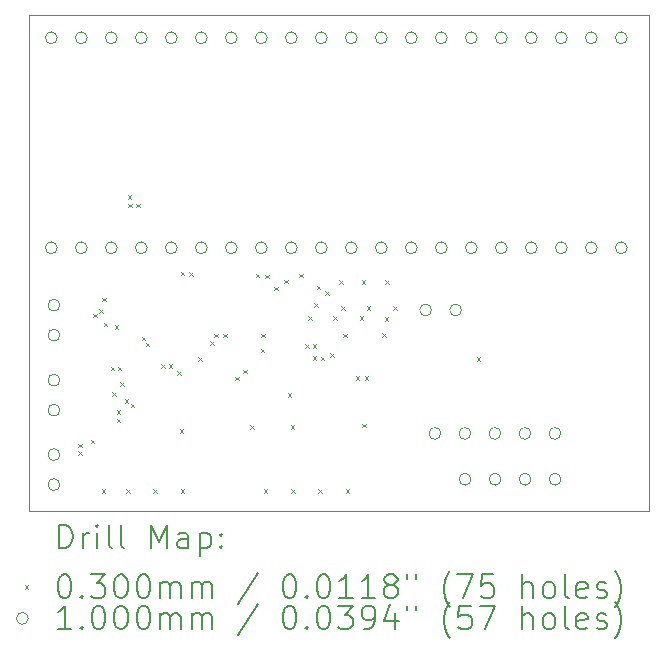
<source format=gbr>
%TF.GenerationSoftware,KiCad,Pcbnew,9.0.0*%
%TF.CreationDate,2025-02-23T11:10:30-05:00*%
%TF.ProjectId,pico2-test-mule,7069636f-322d-4746-9573-742d6d756c65,v0.2.1*%
%TF.SameCoordinates,Original*%
%TF.FileFunction,Drillmap*%
%TF.FilePolarity,Positive*%
%FSLAX45Y45*%
G04 Gerber Fmt 4.5, Leading zero omitted, Abs format (unit mm)*
G04 Created by KiCad (PCBNEW 9.0.0) date 2025-02-23 11:10:30*
%MOMM*%
%LPD*%
G01*
G04 APERTURE LIST*
%ADD10C,0.050000*%
%ADD11C,0.200000*%
%ADD12C,0.100000*%
G04 APERTURE END LIST*
D10*
X0Y0D02*
X5250000Y0D01*
X5250000Y-4200000D01*
X0Y-4200000D01*
X0Y0D01*
D11*
D12*
X420000Y-3627500D02*
X450000Y-3657500D01*
X450000Y-3627500D02*
X420000Y-3657500D01*
X420000Y-3690000D02*
X450000Y-3720000D01*
X450000Y-3690000D02*
X420000Y-3720000D01*
X525000Y-3595000D02*
X555000Y-3625000D01*
X555000Y-3595000D02*
X525000Y-3625000D01*
X550000Y-2527500D02*
X580000Y-2557500D01*
X580000Y-2527500D02*
X550000Y-2557500D01*
X600000Y-2490000D02*
X630000Y-2520000D01*
X630000Y-2490000D02*
X600000Y-2520000D01*
X620000Y-4015000D02*
X650000Y-4045000D01*
X650000Y-4015000D02*
X620000Y-4045000D01*
X625000Y-2390000D02*
X655000Y-2420000D01*
X655000Y-2390000D02*
X625000Y-2420000D01*
X635000Y-2605000D02*
X665000Y-2635000D01*
X665000Y-2605000D02*
X635000Y-2635000D01*
X695750Y-2974250D02*
X725750Y-3004250D01*
X725750Y-2974250D02*
X695750Y-3004250D01*
X710656Y-3192178D02*
X740656Y-3222178D01*
X740656Y-3192178D02*
X710656Y-3222178D01*
X730000Y-2625000D02*
X760000Y-2655000D01*
X760000Y-2625000D02*
X730000Y-2655000D01*
X745000Y-3345000D02*
X775000Y-3375000D01*
X775000Y-3345000D02*
X745000Y-3375000D01*
X745000Y-3415000D02*
X775000Y-3445000D01*
X775000Y-3415000D02*
X745000Y-3445000D01*
X755000Y-2975000D02*
X785000Y-3005000D01*
X785000Y-2975000D02*
X755000Y-3005000D01*
X775000Y-3105000D02*
X805000Y-3135000D01*
X805000Y-3105000D02*
X775000Y-3135000D01*
X815000Y-3250000D02*
X845000Y-3280000D01*
X845000Y-3250000D02*
X815000Y-3280000D01*
X825000Y-4015000D02*
X855000Y-4045000D01*
X855000Y-4015000D02*
X825000Y-4045000D01*
X840000Y-1525000D02*
X870000Y-1555000D01*
X870000Y-1525000D02*
X840000Y-1555000D01*
X845000Y-1595000D02*
X875000Y-1625000D01*
X875000Y-1595000D02*
X845000Y-1625000D01*
X865000Y-3290000D02*
X895000Y-3320000D01*
X895000Y-3290000D02*
X865000Y-3320000D01*
X913000Y-1595000D02*
X943000Y-1625000D01*
X943000Y-1595000D02*
X913000Y-1625000D01*
X960000Y-2720000D02*
X990000Y-2750000D01*
X990000Y-2720000D02*
X960000Y-2750000D01*
X993500Y-2773500D02*
X1023500Y-2803500D01*
X1023500Y-2773500D02*
X993500Y-2803500D01*
X1055000Y-4015000D02*
X1085000Y-4045000D01*
X1085000Y-4015000D02*
X1055000Y-4045000D01*
X1125000Y-2955000D02*
X1155000Y-2985000D01*
X1155000Y-2955000D02*
X1125000Y-2985000D01*
X1187500Y-2955000D02*
X1217500Y-2985000D01*
X1217500Y-2955000D02*
X1187500Y-2985000D01*
X1260000Y-3015000D02*
X1290000Y-3045000D01*
X1290000Y-3015000D02*
X1260000Y-3045000D01*
X1280000Y-3505000D02*
X1310000Y-3535000D01*
X1310000Y-3505000D02*
X1280000Y-3535000D01*
X1290000Y-2170000D02*
X1320000Y-2200000D01*
X1320000Y-2170000D02*
X1290000Y-2200000D01*
X1290000Y-4015000D02*
X1320000Y-4045000D01*
X1320000Y-4015000D02*
X1290000Y-4045000D01*
X1360000Y-2175000D02*
X1390000Y-2205000D01*
X1390000Y-2175000D02*
X1360000Y-2205000D01*
X1435000Y-2895000D02*
X1465000Y-2925000D01*
X1465000Y-2895000D02*
X1435000Y-2925000D01*
X1540000Y-2760000D02*
X1570000Y-2790000D01*
X1570000Y-2760000D02*
X1540000Y-2790000D01*
X1570000Y-2695000D02*
X1600000Y-2725000D01*
X1600000Y-2695000D02*
X1570000Y-2725000D01*
X1650000Y-2695000D02*
X1680000Y-2725000D01*
X1680000Y-2695000D02*
X1650000Y-2725000D01*
X1750000Y-3060000D02*
X1780000Y-3090000D01*
X1780000Y-3060000D02*
X1750000Y-3090000D01*
X1820000Y-3000000D02*
X1850000Y-3030000D01*
X1850000Y-3000000D02*
X1820000Y-3030000D01*
X1875000Y-3470000D02*
X1905000Y-3500000D01*
X1905000Y-3470000D02*
X1875000Y-3500000D01*
X1925000Y-2190000D02*
X1955000Y-2220000D01*
X1955000Y-2190000D02*
X1925000Y-2220000D01*
X1965000Y-2825000D02*
X1995000Y-2855000D01*
X1995000Y-2825000D02*
X1965000Y-2855000D01*
X1970000Y-2695000D02*
X2000000Y-2725000D01*
X2000000Y-2695000D02*
X1970000Y-2725000D01*
X1990000Y-4015000D02*
X2020000Y-4045000D01*
X2020000Y-4015000D02*
X1990000Y-4045000D01*
X2005000Y-2195000D02*
X2035000Y-2225000D01*
X2035000Y-2195000D02*
X2005000Y-2225000D01*
X2080000Y-2300000D02*
X2110000Y-2330000D01*
X2110000Y-2300000D02*
X2080000Y-2330000D01*
X2165000Y-2240000D02*
X2195000Y-2270000D01*
X2195000Y-2240000D02*
X2165000Y-2270000D01*
X2195000Y-3200000D02*
X2225000Y-3230000D01*
X2225000Y-3200000D02*
X2195000Y-3230000D01*
X2220000Y-3470000D02*
X2250000Y-3500000D01*
X2250000Y-3470000D02*
X2220000Y-3500000D01*
X2225000Y-4015000D02*
X2255000Y-4045000D01*
X2255000Y-4015000D02*
X2225000Y-4045000D01*
X2290000Y-2190000D02*
X2320000Y-2220000D01*
X2320000Y-2190000D02*
X2290000Y-2220000D01*
X2345000Y-2785000D02*
X2375000Y-2815000D01*
X2375000Y-2785000D02*
X2345000Y-2815000D01*
X2370000Y-2550000D02*
X2400000Y-2580000D01*
X2400000Y-2550000D02*
X2370000Y-2580000D01*
X2405000Y-2885000D02*
X2435000Y-2915000D01*
X2435000Y-2885000D02*
X2405000Y-2915000D01*
X2407500Y-2785000D02*
X2437500Y-2815000D01*
X2437500Y-2785000D02*
X2407500Y-2815000D01*
X2420000Y-2440000D02*
X2450000Y-2470000D01*
X2450000Y-2440000D02*
X2420000Y-2470000D01*
X2440027Y-2289973D02*
X2470027Y-2319973D01*
X2470027Y-2289973D02*
X2440027Y-2319973D01*
X2455000Y-4015000D02*
X2485000Y-4045000D01*
X2485000Y-4015000D02*
X2455000Y-4045000D01*
X2475000Y-2890000D02*
X2505000Y-2920000D01*
X2505000Y-2890000D02*
X2475000Y-2920000D01*
X2510000Y-2335000D02*
X2540000Y-2365000D01*
X2540000Y-2335000D02*
X2510000Y-2365000D01*
X2555000Y-2860000D02*
X2585000Y-2890000D01*
X2585000Y-2860000D02*
X2555000Y-2890000D01*
X2578477Y-2550000D02*
X2608477Y-2580000D01*
X2608477Y-2550000D02*
X2578477Y-2580000D01*
X2630000Y-2245000D02*
X2660000Y-2275000D01*
X2660000Y-2245000D02*
X2630000Y-2275000D01*
X2648477Y-2465000D02*
X2678477Y-2495000D01*
X2678477Y-2465000D02*
X2648477Y-2495000D01*
X2665000Y-2695000D02*
X2695000Y-2725000D01*
X2695000Y-2695000D02*
X2665000Y-2725000D01*
X2685000Y-4015000D02*
X2715000Y-4045000D01*
X2715000Y-4015000D02*
X2685000Y-4045000D01*
X2770000Y-3055000D02*
X2800000Y-3085000D01*
X2800000Y-3055000D02*
X2770000Y-3085000D01*
X2805000Y-2550000D02*
X2835000Y-2580000D01*
X2835000Y-2550000D02*
X2805000Y-2580000D01*
X2820000Y-2245000D02*
X2850000Y-2275000D01*
X2850000Y-2245000D02*
X2820000Y-2275000D01*
X2825000Y-3460000D02*
X2855000Y-3490000D01*
X2855000Y-3460000D02*
X2825000Y-3490000D01*
X2845000Y-3055000D02*
X2875000Y-3085000D01*
X2875000Y-3055000D02*
X2845000Y-3085000D01*
X2865000Y-2465000D02*
X2895000Y-2495000D01*
X2895000Y-2465000D02*
X2865000Y-2495000D01*
X2995000Y-2690000D02*
X3025000Y-2720000D01*
X3025000Y-2690000D02*
X2995000Y-2720000D01*
X3015000Y-2555000D02*
X3045000Y-2585000D01*
X3045000Y-2555000D02*
X3015000Y-2585000D01*
X3020000Y-2245000D02*
X3050000Y-2275000D01*
X3050000Y-2245000D02*
X3020000Y-2275000D01*
X3088287Y-2463477D02*
X3118287Y-2493477D01*
X3118287Y-2463477D02*
X3088287Y-2493477D01*
X3795000Y-2895000D02*
X3825000Y-2925000D01*
X3825000Y-2895000D02*
X3795000Y-2925000D01*
X243250Y-191000D02*
G75*
G02*
X143250Y-191000I-50000J0D01*
G01*
X143250Y-191000D02*
G75*
G02*
X243250Y-191000I50000J0D01*
G01*
X243250Y-1969000D02*
G75*
G02*
X143250Y-1969000I-50000J0D01*
G01*
X143250Y-1969000D02*
G75*
G02*
X243250Y-1969000I50000J0D01*
G01*
X265000Y-2455000D02*
G75*
G02*
X165000Y-2455000I-50000J0D01*
G01*
X165000Y-2455000D02*
G75*
G02*
X265000Y-2455000I50000J0D01*
G01*
X265000Y-2709000D02*
G75*
G02*
X165000Y-2709000I-50000J0D01*
G01*
X165000Y-2709000D02*
G75*
G02*
X265000Y-2709000I50000J0D01*
G01*
X265000Y-3090000D02*
G75*
G02*
X165000Y-3090000I-50000J0D01*
G01*
X165000Y-3090000D02*
G75*
G02*
X265000Y-3090000I50000J0D01*
G01*
X265000Y-3344000D02*
G75*
G02*
X165000Y-3344000I-50000J0D01*
G01*
X165000Y-3344000D02*
G75*
G02*
X265000Y-3344000I50000J0D01*
G01*
X265000Y-3720000D02*
G75*
G02*
X165000Y-3720000I-50000J0D01*
G01*
X165000Y-3720000D02*
G75*
G02*
X265000Y-3720000I50000J0D01*
G01*
X265000Y-3974000D02*
G75*
G02*
X165000Y-3974000I-50000J0D01*
G01*
X165000Y-3974000D02*
G75*
G02*
X265000Y-3974000I50000J0D01*
G01*
X497250Y-191000D02*
G75*
G02*
X397250Y-191000I-50000J0D01*
G01*
X397250Y-191000D02*
G75*
G02*
X497250Y-191000I50000J0D01*
G01*
X497250Y-1969000D02*
G75*
G02*
X397250Y-1969000I-50000J0D01*
G01*
X397250Y-1969000D02*
G75*
G02*
X497250Y-1969000I50000J0D01*
G01*
X751250Y-191000D02*
G75*
G02*
X651250Y-191000I-50000J0D01*
G01*
X651250Y-191000D02*
G75*
G02*
X751250Y-191000I50000J0D01*
G01*
X751250Y-1969000D02*
G75*
G02*
X651250Y-1969000I-50000J0D01*
G01*
X651250Y-1969000D02*
G75*
G02*
X751250Y-1969000I50000J0D01*
G01*
X1005250Y-191000D02*
G75*
G02*
X905250Y-191000I-50000J0D01*
G01*
X905250Y-191000D02*
G75*
G02*
X1005250Y-191000I50000J0D01*
G01*
X1005250Y-1969000D02*
G75*
G02*
X905250Y-1969000I-50000J0D01*
G01*
X905250Y-1969000D02*
G75*
G02*
X1005250Y-1969000I50000J0D01*
G01*
X1259250Y-191000D02*
G75*
G02*
X1159250Y-191000I-50000J0D01*
G01*
X1159250Y-191000D02*
G75*
G02*
X1259250Y-191000I50000J0D01*
G01*
X1259250Y-1969000D02*
G75*
G02*
X1159250Y-1969000I-50000J0D01*
G01*
X1159250Y-1969000D02*
G75*
G02*
X1259250Y-1969000I50000J0D01*
G01*
X1513250Y-191000D02*
G75*
G02*
X1413250Y-191000I-50000J0D01*
G01*
X1413250Y-191000D02*
G75*
G02*
X1513250Y-191000I50000J0D01*
G01*
X1513250Y-1969000D02*
G75*
G02*
X1413250Y-1969000I-50000J0D01*
G01*
X1413250Y-1969000D02*
G75*
G02*
X1513250Y-1969000I50000J0D01*
G01*
X1767250Y-191000D02*
G75*
G02*
X1667250Y-191000I-50000J0D01*
G01*
X1667250Y-191000D02*
G75*
G02*
X1767250Y-191000I50000J0D01*
G01*
X1767250Y-1969000D02*
G75*
G02*
X1667250Y-1969000I-50000J0D01*
G01*
X1667250Y-1969000D02*
G75*
G02*
X1767250Y-1969000I50000J0D01*
G01*
X2021250Y-191000D02*
G75*
G02*
X1921250Y-191000I-50000J0D01*
G01*
X1921250Y-191000D02*
G75*
G02*
X2021250Y-191000I50000J0D01*
G01*
X2021250Y-1969000D02*
G75*
G02*
X1921250Y-1969000I-50000J0D01*
G01*
X1921250Y-1969000D02*
G75*
G02*
X2021250Y-1969000I50000J0D01*
G01*
X2275250Y-191000D02*
G75*
G02*
X2175250Y-191000I-50000J0D01*
G01*
X2175250Y-191000D02*
G75*
G02*
X2275250Y-191000I50000J0D01*
G01*
X2275250Y-1969000D02*
G75*
G02*
X2175250Y-1969000I-50000J0D01*
G01*
X2175250Y-1969000D02*
G75*
G02*
X2275250Y-1969000I50000J0D01*
G01*
X2529250Y-191000D02*
G75*
G02*
X2429250Y-191000I-50000J0D01*
G01*
X2429250Y-191000D02*
G75*
G02*
X2529250Y-191000I50000J0D01*
G01*
X2529250Y-1969000D02*
G75*
G02*
X2429250Y-1969000I-50000J0D01*
G01*
X2429250Y-1969000D02*
G75*
G02*
X2529250Y-1969000I50000J0D01*
G01*
X2783250Y-191000D02*
G75*
G02*
X2683250Y-191000I-50000J0D01*
G01*
X2683250Y-191000D02*
G75*
G02*
X2783250Y-191000I50000J0D01*
G01*
X2783250Y-1969000D02*
G75*
G02*
X2683250Y-1969000I-50000J0D01*
G01*
X2683250Y-1969000D02*
G75*
G02*
X2783250Y-1969000I50000J0D01*
G01*
X3037250Y-191000D02*
G75*
G02*
X2937250Y-191000I-50000J0D01*
G01*
X2937250Y-191000D02*
G75*
G02*
X3037250Y-191000I50000J0D01*
G01*
X3037250Y-1969000D02*
G75*
G02*
X2937250Y-1969000I-50000J0D01*
G01*
X2937250Y-1969000D02*
G75*
G02*
X3037250Y-1969000I50000J0D01*
G01*
X3291250Y-191000D02*
G75*
G02*
X3191250Y-191000I-50000J0D01*
G01*
X3191250Y-191000D02*
G75*
G02*
X3291250Y-191000I50000J0D01*
G01*
X3291250Y-1969000D02*
G75*
G02*
X3191250Y-1969000I-50000J0D01*
G01*
X3191250Y-1969000D02*
G75*
G02*
X3291250Y-1969000I50000J0D01*
G01*
X3412500Y-2495000D02*
G75*
G02*
X3312500Y-2495000I-50000J0D01*
G01*
X3312500Y-2495000D02*
G75*
G02*
X3412500Y-2495000I50000J0D01*
G01*
X3491000Y-3540000D02*
G75*
G02*
X3391000Y-3540000I-50000J0D01*
G01*
X3391000Y-3540000D02*
G75*
G02*
X3491000Y-3540000I50000J0D01*
G01*
X3545250Y-191000D02*
G75*
G02*
X3445250Y-191000I-50000J0D01*
G01*
X3445250Y-191000D02*
G75*
G02*
X3545250Y-191000I50000J0D01*
G01*
X3545250Y-1969000D02*
G75*
G02*
X3445250Y-1969000I-50000J0D01*
G01*
X3445250Y-1969000D02*
G75*
G02*
X3545250Y-1969000I50000J0D01*
G01*
X3666500Y-2495000D02*
G75*
G02*
X3566500Y-2495000I-50000J0D01*
G01*
X3566500Y-2495000D02*
G75*
G02*
X3666500Y-2495000I50000J0D01*
G01*
X3745000Y-3540000D02*
G75*
G02*
X3645000Y-3540000I-50000J0D01*
G01*
X3645000Y-3540000D02*
G75*
G02*
X3745000Y-3540000I50000J0D01*
G01*
X3746000Y-3928500D02*
G75*
G02*
X3646000Y-3928500I-50000J0D01*
G01*
X3646000Y-3928500D02*
G75*
G02*
X3746000Y-3928500I50000J0D01*
G01*
X3799250Y-191000D02*
G75*
G02*
X3699250Y-191000I-50000J0D01*
G01*
X3699250Y-191000D02*
G75*
G02*
X3799250Y-191000I50000J0D01*
G01*
X3799250Y-1969000D02*
G75*
G02*
X3699250Y-1969000I-50000J0D01*
G01*
X3699250Y-1969000D02*
G75*
G02*
X3799250Y-1969000I50000J0D01*
G01*
X3999000Y-3540000D02*
G75*
G02*
X3899000Y-3540000I-50000J0D01*
G01*
X3899000Y-3540000D02*
G75*
G02*
X3999000Y-3540000I50000J0D01*
G01*
X4000000Y-3928500D02*
G75*
G02*
X3900000Y-3928500I-50000J0D01*
G01*
X3900000Y-3928500D02*
G75*
G02*
X4000000Y-3928500I50000J0D01*
G01*
X4053250Y-191000D02*
G75*
G02*
X3953250Y-191000I-50000J0D01*
G01*
X3953250Y-191000D02*
G75*
G02*
X4053250Y-191000I50000J0D01*
G01*
X4053250Y-1969000D02*
G75*
G02*
X3953250Y-1969000I-50000J0D01*
G01*
X3953250Y-1969000D02*
G75*
G02*
X4053250Y-1969000I50000J0D01*
G01*
X4253000Y-3540000D02*
G75*
G02*
X4153000Y-3540000I-50000J0D01*
G01*
X4153000Y-3540000D02*
G75*
G02*
X4253000Y-3540000I50000J0D01*
G01*
X4254000Y-3928500D02*
G75*
G02*
X4154000Y-3928500I-50000J0D01*
G01*
X4154000Y-3928500D02*
G75*
G02*
X4254000Y-3928500I50000J0D01*
G01*
X4307250Y-191000D02*
G75*
G02*
X4207250Y-191000I-50000J0D01*
G01*
X4207250Y-191000D02*
G75*
G02*
X4307250Y-191000I50000J0D01*
G01*
X4307250Y-1969000D02*
G75*
G02*
X4207250Y-1969000I-50000J0D01*
G01*
X4207250Y-1969000D02*
G75*
G02*
X4307250Y-1969000I50000J0D01*
G01*
X4507000Y-3540000D02*
G75*
G02*
X4407000Y-3540000I-50000J0D01*
G01*
X4407000Y-3540000D02*
G75*
G02*
X4507000Y-3540000I50000J0D01*
G01*
X4508000Y-3928500D02*
G75*
G02*
X4408000Y-3928500I-50000J0D01*
G01*
X4408000Y-3928500D02*
G75*
G02*
X4508000Y-3928500I50000J0D01*
G01*
X4561250Y-191000D02*
G75*
G02*
X4461250Y-191000I-50000J0D01*
G01*
X4461250Y-191000D02*
G75*
G02*
X4561250Y-191000I50000J0D01*
G01*
X4561250Y-1969000D02*
G75*
G02*
X4461250Y-1969000I-50000J0D01*
G01*
X4461250Y-1969000D02*
G75*
G02*
X4561250Y-1969000I50000J0D01*
G01*
X4815250Y-191000D02*
G75*
G02*
X4715250Y-191000I-50000J0D01*
G01*
X4715250Y-191000D02*
G75*
G02*
X4815250Y-191000I50000J0D01*
G01*
X4815250Y-1969000D02*
G75*
G02*
X4715250Y-1969000I-50000J0D01*
G01*
X4715250Y-1969000D02*
G75*
G02*
X4815250Y-1969000I50000J0D01*
G01*
X5069250Y-191000D02*
G75*
G02*
X4969250Y-191000I-50000J0D01*
G01*
X4969250Y-191000D02*
G75*
G02*
X5069250Y-191000I50000J0D01*
G01*
X5069250Y-1969000D02*
G75*
G02*
X4969250Y-1969000I-50000J0D01*
G01*
X4969250Y-1969000D02*
G75*
G02*
X5069250Y-1969000I50000J0D01*
G01*
D11*
X258277Y-4513984D02*
X258277Y-4313984D01*
X258277Y-4313984D02*
X305896Y-4313984D01*
X305896Y-4313984D02*
X334467Y-4323508D01*
X334467Y-4323508D02*
X353515Y-4342555D01*
X353515Y-4342555D02*
X363039Y-4361603D01*
X363039Y-4361603D02*
X372562Y-4399698D01*
X372562Y-4399698D02*
X372562Y-4428270D01*
X372562Y-4428270D02*
X363039Y-4466365D01*
X363039Y-4466365D02*
X353515Y-4485412D01*
X353515Y-4485412D02*
X334467Y-4504460D01*
X334467Y-4504460D02*
X305896Y-4513984D01*
X305896Y-4513984D02*
X258277Y-4513984D01*
X458277Y-4513984D02*
X458277Y-4380650D01*
X458277Y-4418746D02*
X467801Y-4399698D01*
X467801Y-4399698D02*
X477324Y-4390174D01*
X477324Y-4390174D02*
X496372Y-4380650D01*
X496372Y-4380650D02*
X515420Y-4380650D01*
X582086Y-4513984D02*
X582086Y-4380650D01*
X582086Y-4313984D02*
X572563Y-4323508D01*
X572563Y-4323508D02*
X582086Y-4333031D01*
X582086Y-4333031D02*
X591610Y-4323508D01*
X591610Y-4323508D02*
X582086Y-4313984D01*
X582086Y-4313984D02*
X582086Y-4333031D01*
X705896Y-4513984D02*
X686848Y-4504460D01*
X686848Y-4504460D02*
X677324Y-4485412D01*
X677324Y-4485412D02*
X677324Y-4313984D01*
X810658Y-4513984D02*
X791610Y-4504460D01*
X791610Y-4504460D02*
X782086Y-4485412D01*
X782086Y-4485412D02*
X782086Y-4313984D01*
X1039229Y-4513984D02*
X1039229Y-4313984D01*
X1039229Y-4313984D02*
X1105896Y-4456841D01*
X1105896Y-4456841D02*
X1172563Y-4313984D01*
X1172563Y-4313984D02*
X1172563Y-4513984D01*
X1353515Y-4513984D02*
X1353515Y-4409222D01*
X1353515Y-4409222D02*
X1343991Y-4390174D01*
X1343991Y-4390174D02*
X1324944Y-4380650D01*
X1324944Y-4380650D02*
X1286848Y-4380650D01*
X1286848Y-4380650D02*
X1267801Y-4390174D01*
X1353515Y-4504460D02*
X1334467Y-4513984D01*
X1334467Y-4513984D02*
X1286848Y-4513984D01*
X1286848Y-4513984D02*
X1267801Y-4504460D01*
X1267801Y-4504460D02*
X1258277Y-4485412D01*
X1258277Y-4485412D02*
X1258277Y-4466365D01*
X1258277Y-4466365D02*
X1267801Y-4447317D01*
X1267801Y-4447317D02*
X1286848Y-4437793D01*
X1286848Y-4437793D02*
X1334467Y-4437793D01*
X1334467Y-4437793D02*
X1353515Y-4428270D01*
X1448753Y-4380650D02*
X1448753Y-4580650D01*
X1448753Y-4390174D02*
X1467801Y-4380650D01*
X1467801Y-4380650D02*
X1505896Y-4380650D01*
X1505896Y-4380650D02*
X1524943Y-4390174D01*
X1524943Y-4390174D02*
X1534467Y-4399698D01*
X1534467Y-4399698D02*
X1543991Y-4418746D01*
X1543991Y-4418746D02*
X1543991Y-4475889D01*
X1543991Y-4475889D02*
X1534467Y-4494936D01*
X1534467Y-4494936D02*
X1524943Y-4504460D01*
X1524943Y-4504460D02*
X1505896Y-4513984D01*
X1505896Y-4513984D02*
X1467801Y-4513984D01*
X1467801Y-4513984D02*
X1448753Y-4504460D01*
X1629705Y-4494936D02*
X1639229Y-4504460D01*
X1639229Y-4504460D02*
X1629705Y-4513984D01*
X1629705Y-4513984D02*
X1620182Y-4504460D01*
X1620182Y-4504460D02*
X1629705Y-4494936D01*
X1629705Y-4494936D02*
X1629705Y-4513984D01*
X1629705Y-4390174D02*
X1639229Y-4399698D01*
X1639229Y-4399698D02*
X1629705Y-4409222D01*
X1629705Y-4409222D02*
X1620182Y-4399698D01*
X1620182Y-4399698D02*
X1629705Y-4390174D01*
X1629705Y-4390174D02*
X1629705Y-4409222D01*
D12*
X-32500Y-4827500D02*
X-2500Y-4857500D01*
X-2500Y-4827500D02*
X-32500Y-4857500D01*
D11*
X296372Y-4733984D02*
X315420Y-4733984D01*
X315420Y-4733984D02*
X334467Y-4743508D01*
X334467Y-4743508D02*
X343991Y-4753031D01*
X343991Y-4753031D02*
X353515Y-4772079D01*
X353515Y-4772079D02*
X363039Y-4810174D01*
X363039Y-4810174D02*
X363039Y-4857793D01*
X363039Y-4857793D02*
X353515Y-4895889D01*
X353515Y-4895889D02*
X343991Y-4914936D01*
X343991Y-4914936D02*
X334467Y-4924460D01*
X334467Y-4924460D02*
X315420Y-4933984D01*
X315420Y-4933984D02*
X296372Y-4933984D01*
X296372Y-4933984D02*
X277324Y-4924460D01*
X277324Y-4924460D02*
X267801Y-4914936D01*
X267801Y-4914936D02*
X258277Y-4895889D01*
X258277Y-4895889D02*
X248753Y-4857793D01*
X248753Y-4857793D02*
X248753Y-4810174D01*
X248753Y-4810174D02*
X258277Y-4772079D01*
X258277Y-4772079D02*
X267801Y-4753031D01*
X267801Y-4753031D02*
X277324Y-4743508D01*
X277324Y-4743508D02*
X296372Y-4733984D01*
X448753Y-4914936D02*
X458277Y-4924460D01*
X458277Y-4924460D02*
X448753Y-4933984D01*
X448753Y-4933984D02*
X439229Y-4924460D01*
X439229Y-4924460D02*
X448753Y-4914936D01*
X448753Y-4914936D02*
X448753Y-4933984D01*
X524944Y-4733984D02*
X648753Y-4733984D01*
X648753Y-4733984D02*
X582086Y-4810174D01*
X582086Y-4810174D02*
X610658Y-4810174D01*
X610658Y-4810174D02*
X629705Y-4819698D01*
X629705Y-4819698D02*
X639229Y-4829222D01*
X639229Y-4829222D02*
X648753Y-4848270D01*
X648753Y-4848270D02*
X648753Y-4895889D01*
X648753Y-4895889D02*
X639229Y-4914936D01*
X639229Y-4914936D02*
X629705Y-4924460D01*
X629705Y-4924460D02*
X610658Y-4933984D01*
X610658Y-4933984D02*
X553515Y-4933984D01*
X553515Y-4933984D02*
X534467Y-4924460D01*
X534467Y-4924460D02*
X524944Y-4914936D01*
X772562Y-4733984D02*
X791610Y-4733984D01*
X791610Y-4733984D02*
X810658Y-4743508D01*
X810658Y-4743508D02*
X820182Y-4753031D01*
X820182Y-4753031D02*
X829705Y-4772079D01*
X829705Y-4772079D02*
X839229Y-4810174D01*
X839229Y-4810174D02*
X839229Y-4857793D01*
X839229Y-4857793D02*
X829705Y-4895889D01*
X829705Y-4895889D02*
X820182Y-4914936D01*
X820182Y-4914936D02*
X810658Y-4924460D01*
X810658Y-4924460D02*
X791610Y-4933984D01*
X791610Y-4933984D02*
X772562Y-4933984D01*
X772562Y-4933984D02*
X753515Y-4924460D01*
X753515Y-4924460D02*
X743991Y-4914936D01*
X743991Y-4914936D02*
X734467Y-4895889D01*
X734467Y-4895889D02*
X724943Y-4857793D01*
X724943Y-4857793D02*
X724943Y-4810174D01*
X724943Y-4810174D02*
X734467Y-4772079D01*
X734467Y-4772079D02*
X743991Y-4753031D01*
X743991Y-4753031D02*
X753515Y-4743508D01*
X753515Y-4743508D02*
X772562Y-4733984D01*
X963039Y-4733984D02*
X982086Y-4733984D01*
X982086Y-4733984D02*
X1001134Y-4743508D01*
X1001134Y-4743508D02*
X1010658Y-4753031D01*
X1010658Y-4753031D02*
X1020182Y-4772079D01*
X1020182Y-4772079D02*
X1029705Y-4810174D01*
X1029705Y-4810174D02*
X1029705Y-4857793D01*
X1029705Y-4857793D02*
X1020182Y-4895889D01*
X1020182Y-4895889D02*
X1010658Y-4914936D01*
X1010658Y-4914936D02*
X1001134Y-4924460D01*
X1001134Y-4924460D02*
X982086Y-4933984D01*
X982086Y-4933984D02*
X963039Y-4933984D01*
X963039Y-4933984D02*
X943991Y-4924460D01*
X943991Y-4924460D02*
X934467Y-4914936D01*
X934467Y-4914936D02*
X924943Y-4895889D01*
X924943Y-4895889D02*
X915420Y-4857793D01*
X915420Y-4857793D02*
X915420Y-4810174D01*
X915420Y-4810174D02*
X924943Y-4772079D01*
X924943Y-4772079D02*
X934467Y-4753031D01*
X934467Y-4753031D02*
X943991Y-4743508D01*
X943991Y-4743508D02*
X963039Y-4733984D01*
X1115420Y-4933984D02*
X1115420Y-4800650D01*
X1115420Y-4819698D02*
X1124944Y-4810174D01*
X1124944Y-4810174D02*
X1143991Y-4800650D01*
X1143991Y-4800650D02*
X1172563Y-4800650D01*
X1172563Y-4800650D02*
X1191610Y-4810174D01*
X1191610Y-4810174D02*
X1201134Y-4829222D01*
X1201134Y-4829222D02*
X1201134Y-4933984D01*
X1201134Y-4829222D02*
X1210658Y-4810174D01*
X1210658Y-4810174D02*
X1229705Y-4800650D01*
X1229705Y-4800650D02*
X1258277Y-4800650D01*
X1258277Y-4800650D02*
X1277325Y-4810174D01*
X1277325Y-4810174D02*
X1286848Y-4829222D01*
X1286848Y-4829222D02*
X1286848Y-4933984D01*
X1382086Y-4933984D02*
X1382086Y-4800650D01*
X1382086Y-4819698D02*
X1391610Y-4810174D01*
X1391610Y-4810174D02*
X1410658Y-4800650D01*
X1410658Y-4800650D02*
X1439229Y-4800650D01*
X1439229Y-4800650D02*
X1458277Y-4810174D01*
X1458277Y-4810174D02*
X1467801Y-4829222D01*
X1467801Y-4829222D02*
X1467801Y-4933984D01*
X1467801Y-4829222D02*
X1477324Y-4810174D01*
X1477324Y-4810174D02*
X1496372Y-4800650D01*
X1496372Y-4800650D02*
X1524943Y-4800650D01*
X1524943Y-4800650D02*
X1543991Y-4810174D01*
X1543991Y-4810174D02*
X1553515Y-4829222D01*
X1553515Y-4829222D02*
X1553515Y-4933984D01*
X1943991Y-4724460D02*
X1772563Y-4981603D01*
X2201134Y-4733984D02*
X2220182Y-4733984D01*
X2220182Y-4733984D02*
X2239229Y-4743508D01*
X2239229Y-4743508D02*
X2248753Y-4753031D01*
X2248753Y-4753031D02*
X2258277Y-4772079D01*
X2258277Y-4772079D02*
X2267801Y-4810174D01*
X2267801Y-4810174D02*
X2267801Y-4857793D01*
X2267801Y-4857793D02*
X2258277Y-4895889D01*
X2258277Y-4895889D02*
X2248753Y-4914936D01*
X2248753Y-4914936D02*
X2239229Y-4924460D01*
X2239229Y-4924460D02*
X2220182Y-4933984D01*
X2220182Y-4933984D02*
X2201134Y-4933984D01*
X2201134Y-4933984D02*
X2182087Y-4924460D01*
X2182087Y-4924460D02*
X2172563Y-4914936D01*
X2172563Y-4914936D02*
X2163039Y-4895889D01*
X2163039Y-4895889D02*
X2153515Y-4857793D01*
X2153515Y-4857793D02*
X2153515Y-4810174D01*
X2153515Y-4810174D02*
X2163039Y-4772079D01*
X2163039Y-4772079D02*
X2172563Y-4753031D01*
X2172563Y-4753031D02*
X2182087Y-4743508D01*
X2182087Y-4743508D02*
X2201134Y-4733984D01*
X2353515Y-4914936D02*
X2363039Y-4924460D01*
X2363039Y-4924460D02*
X2353515Y-4933984D01*
X2353515Y-4933984D02*
X2343991Y-4924460D01*
X2343991Y-4924460D02*
X2353515Y-4914936D01*
X2353515Y-4914936D02*
X2353515Y-4933984D01*
X2486848Y-4733984D02*
X2505896Y-4733984D01*
X2505896Y-4733984D02*
X2524944Y-4743508D01*
X2524944Y-4743508D02*
X2534468Y-4753031D01*
X2534468Y-4753031D02*
X2543991Y-4772079D01*
X2543991Y-4772079D02*
X2553515Y-4810174D01*
X2553515Y-4810174D02*
X2553515Y-4857793D01*
X2553515Y-4857793D02*
X2543991Y-4895889D01*
X2543991Y-4895889D02*
X2534468Y-4914936D01*
X2534468Y-4914936D02*
X2524944Y-4924460D01*
X2524944Y-4924460D02*
X2505896Y-4933984D01*
X2505896Y-4933984D02*
X2486848Y-4933984D01*
X2486848Y-4933984D02*
X2467801Y-4924460D01*
X2467801Y-4924460D02*
X2458277Y-4914936D01*
X2458277Y-4914936D02*
X2448753Y-4895889D01*
X2448753Y-4895889D02*
X2439229Y-4857793D01*
X2439229Y-4857793D02*
X2439229Y-4810174D01*
X2439229Y-4810174D02*
X2448753Y-4772079D01*
X2448753Y-4772079D02*
X2458277Y-4753031D01*
X2458277Y-4753031D02*
X2467801Y-4743508D01*
X2467801Y-4743508D02*
X2486848Y-4733984D01*
X2743991Y-4933984D02*
X2629706Y-4933984D01*
X2686848Y-4933984D02*
X2686848Y-4733984D01*
X2686848Y-4733984D02*
X2667801Y-4762555D01*
X2667801Y-4762555D02*
X2648753Y-4781603D01*
X2648753Y-4781603D02*
X2629706Y-4791127D01*
X2934467Y-4933984D02*
X2820182Y-4933984D01*
X2877325Y-4933984D02*
X2877325Y-4733984D01*
X2877325Y-4733984D02*
X2858277Y-4762555D01*
X2858277Y-4762555D02*
X2839229Y-4781603D01*
X2839229Y-4781603D02*
X2820182Y-4791127D01*
X3048753Y-4819698D02*
X3029706Y-4810174D01*
X3029706Y-4810174D02*
X3020182Y-4800650D01*
X3020182Y-4800650D02*
X3010658Y-4781603D01*
X3010658Y-4781603D02*
X3010658Y-4772079D01*
X3010658Y-4772079D02*
X3020182Y-4753031D01*
X3020182Y-4753031D02*
X3029706Y-4743508D01*
X3029706Y-4743508D02*
X3048753Y-4733984D01*
X3048753Y-4733984D02*
X3086848Y-4733984D01*
X3086848Y-4733984D02*
X3105896Y-4743508D01*
X3105896Y-4743508D02*
X3115420Y-4753031D01*
X3115420Y-4753031D02*
X3124944Y-4772079D01*
X3124944Y-4772079D02*
X3124944Y-4781603D01*
X3124944Y-4781603D02*
X3115420Y-4800650D01*
X3115420Y-4800650D02*
X3105896Y-4810174D01*
X3105896Y-4810174D02*
X3086848Y-4819698D01*
X3086848Y-4819698D02*
X3048753Y-4819698D01*
X3048753Y-4819698D02*
X3029706Y-4829222D01*
X3029706Y-4829222D02*
X3020182Y-4838746D01*
X3020182Y-4838746D02*
X3010658Y-4857793D01*
X3010658Y-4857793D02*
X3010658Y-4895889D01*
X3010658Y-4895889D02*
X3020182Y-4914936D01*
X3020182Y-4914936D02*
X3029706Y-4924460D01*
X3029706Y-4924460D02*
X3048753Y-4933984D01*
X3048753Y-4933984D02*
X3086848Y-4933984D01*
X3086848Y-4933984D02*
X3105896Y-4924460D01*
X3105896Y-4924460D02*
X3115420Y-4914936D01*
X3115420Y-4914936D02*
X3124944Y-4895889D01*
X3124944Y-4895889D02*
X3124944Y-4857793D01*
X3124944Y-4857793D02*
X3115420Y-4838746D01*
X3115420Y-4838746D02*
X3105896Y-4829222D01*
X3105896Y-4829222D02*
X3086848Y-4819698D01*
X3201134Y-4733984D02*
X3201134Y-4772079D01*
X3277325Y-4733984D02*
X3277325Y-4772079D01*
X3572563Y-5010174D02*
X3563039Y-5000650D01*
X3563039Y-5000650D02*
X3543991Y-4972079D01*
X3543991Y-4972079D02*
X3534468Y-4953031D01*
X3534468Y-4953031D02*
X3524944Y-4924460D01*
X3524944Y-4924460D02*
X3515420Y-4876841D01*
X3515420Y-4876841D02*
X3515420Y-4838746D01*
X3515420Y-4838746D02*
X3524944Y-4791127D01*
X3524944Y-4791127D02*
X3534468Y-4762555D01*
X3534468Y-4762555D02*
X3543991Y-4743508D01*
X3543991Y-4743508D02*
X3563039Y-4714936D01*
X3563039Y-4714936D02*
X3572563Y-4705412D01*
X3629706Y-4733984D02*
X3763039Y-4733984D01*
X3763039Y-4733984D02*
X3677325Y-4933984D01*
X3934468Y-4733984D02*
X3839229Y-4733984D01*
X3839229Y-4733984D02*
X3829706Y-4829222D01*
X3829706Y-4829222D02*
X3839229Y-4819698D01*
X3839229Y-4819698D02*
X3858277Y-4810174D01*
X3858277Y-4810174D02*
X3905896Y-4810174D01*
X3905896Y-4810174D02*
X3924944Y-4819698D01*
X3924944Y-4819698D02*
X3934468Y-4829222D01*
X3934468Y-4829222D02*
X3943991Y-4848270D01*
X3943991Y-4848270D02*
X3943991Y-4895889D01*
X3943991Y-4895889D02*
X3934468Y-4914936D01*
X3934468Y-4914936D02*
X3924944Y-4924460D01*
X3924944Y-4924460D02*
X3905896Y-4933984D01*
X3905896Y-4933984D02*
X3858277Y-4933984D01*
X3858277Y-4933984D02*
X3839229Y-4924460D01*
X3839229Y-4924460D02*
X3829706Y-4914936D01*
X4182087Y-4933984D02*
X4182087Y-4733984D01*
X4267801Y-4933984D02*
X4267801Y-4829222D01*
X4267801Y-4829222D02*
X4258277Y-4810174D01*
X4258277Y-4810174D02*
X4239230Y-4800650D01*
X4239230Y-4800650D02*
X4210658Y-4800650D01*
X4210658Y-4800650D02*
X4191610Y-4810174D01*
X4191610Y-4810174D02*
X4182087Y-4819698D01*
X4391611Y-4933984D02*
X4372563Y-4924460D01*
X4372563Y-4924460D02*
X4363039Y-4914936D01*
X4363039Y-4914936D02*
X4353515Y-4895889D01*
X4353515Y-4895889D02*
X4353515Y-4838746D01*
X4353515Y-4838746D02*
X4363039Y-4819698D01*
X4363039Y-4819698D02*
X4372563Y-4810174D01*
X4372563Y-4810174D02*
X4391611Y-4800650D01*
X4391611Y-4800650D02*
X4420182Y-4800650D01*
X4420182Y-4800650D02*
X4439230Y-4810174D01*
X4439230Y-4810174D02*
X4448753Y-4819698D01*
X4448753Y-4819698D02*
X4458277Y-4838746D01*
X4458277Y-4838746D02*
X4458277Y-4895889D01*
X4458277Y-4895889D02*
X4448753Y-4914936D01*
X4448753Y-4914936D02*
X4439230Y-4924460D01*
X4439230Y-4924460D02*
X4420182Y-4933984D01*
X4420182Y-4933984D02*
X4391611Y-4933984D01*
X4572563Y-4933984D02*
X4553515Y-4924460D01*
X4553515Y-4924460D02*
X4543992Y-4905412D01*
X4543992Y-4905412D02*
X4543992Y-4733984D01*
X4724944Y-4924460D02*
X4705896Y-4933984D01*
X4705896Y-4933984D02*
X4667801Y-4933984D01*
X4667801Y-4933984D02*
X4648753Y-4924460D01*
X4648753Y-4924460D02*
X4639230Y-4905412D01*
X4639230Y-4905412D02*
X4639230Y-4829222D01*
X4639230Y-4829222D02*
X4648753Y-4810174D01*
X4648753Y-4810174D02*
X4667801Y-4800650D01*
X4667801Y-4800650D02*
X4705896Y-4800650D01*
X4705896Y-4800650D02*
X4724944Y-4810174D01*
X4724944Y-4810174D02*
X4734468Y-4829222D01*
X4734468Y-4829222D02*
X4734468Y-4848270D01*
X4734468Y-4848270D02*
X4639230Y-4867317D01*
X4810658Y-4924460D02*
X4829706Y-4933984D01*
X4829706Y-4933984D02*
X4867801Y-4933984D01*
X4867801Y-4933984D02*
X4886849Y-4924460D01*
X4886849Y-4924460D02*
X4896373Y-4905412D01*
X4896373Y-4905412D02*
X4896373Y-4895889D01*
X4896373Y-4895889D02*
X4886849Y-4876841D01*
X4886849Y-4876841D02*
X4867801Y-4867317D01*
X4867801Y-4867317D02*
X4839230Y-4867317D01*
X4839230Y-4867317D02*
X4820182Y-4857793D01*
X4820182Y-4857793D02*
X4810658Y-4838746D01*
X4810658Y-4838746D02*
X4810658Y-4829222D01*
X4810658Y-4829222D02*
X4820182Y-4810174D01*
X4820182Y-4810174D02*
X4839230Y-4800650D01*
X4839230Y-4800650D02*
X4867801Y-4800650D01*
X4867801Y-4800650D02*
X4886849Y-4810174D01*
X4963039Y-5010174D02*
X4972563Y-5000650D01*
X4972563Y-5000650D02*
X4991611Y-4972079D01*
X4991611Y-4972079D02*
X5001134Y-4953031D01*
X5001134Y-4953031D02*
X5010658Y-4924460D01*
X5010658Y-4924460D02*
X5020182Y-4876841D01*
X5020182Y-4876841D02*
X5020182Y-4838746D01*
X5020182Y-4838746D02*
X5010658Y-4791127D01*
X5010658Y-4791127D02*
X5001134Y-4762555D01*
X5001134Y-4762555D02*
X4991611Y-4743508D01*
X4991611Y-4743508D02*
X4972563Y-4714936D01*
X4972563Y-4714936D02*
X4963039Y-4705412D01*
D12*
X-2500Y-5106500D02*
G75*
G02*
X-102500Y-5106500I-50000J0D01*
G01*
X-102500Y-5106500D02*
G75*
G02*
X-2500Y-5106500I50000J0D01*
G01*
D11*
X363039Y-5197984D02*
X248753Y-5197984D01*
X305896Y-5197984D02*
X305896Y-4997984D01*
X305896Y-4997984D02*
X286848Y-5026555D01*
X286848Y-5026555D02*
X267801Y-5045603D01*
X267801Y-5045603D02*
X248753Y-5055127D01*
X448753Y-5178936D02*
X458277Y-5188460D01*
X458277Y-5188460D02*
X448753Y-5197984D01*
X448753Y-5197984D02*
X439229Y-5188460D01*
X439229Y-5188460D02*
X448753Y-5178936D01*
X448753Y-5178936D02*
X448753Y-5197984D01*
X582086Y-4997984D02*
X601134Y-4997984D01*
X601134Y-4997984D02*
X620182Y-5007508D01*
X620182Y-5007508D02*
X629705Y-5017031D01*
X629705Y-5017031D02*
X639229Y-5036079D01*
X639229Y-5036079D02*
X648753Y-5074174D01*
X648753Y-5074174D02*
X648753Y-5121793D01*
X648753Y-5121793D02*
X639229Y-5159889D01*
X639229Y-5159889D02*
X629705Y-5178936D01*
X629705Y-5178936D02*
X620182Y-5188460D01*
X620182Y-5188460D02*
X601134Y-5197984D01*
X601134Y-5197984D02*
X582086Y-5197984D01*
X582086Y-5197984D02*
X563039Y-5188460D01*
X563039Y-5188460D02*
X553515Y-5178936D01*
X553515Y-5178936D02*
X543991Y-5159889D01*
X543991Y-5159889D02*
X534467Y-5121793D01*
X534467Y-5121793D02*
X534467Y-5074174D01*
X534467Y-5074174D02*
X543991Y-5036079D01*
X543991Y-5036079D02*
X553515Y-5017031D01*
X553515Y-5017031D02*
X563039Y-5007508D01*
X563039Y-5007508D02*
X582086Y-4997984D01*
X772562Y-4997984D02*
X791610Y-4997984D01*
X791610Y-4997984D02*
X810658Y-5007508D01*
X810658Y-5007508D02*
X820182Y-5017031D01*
X820182Y-5017031D02*
X829705Y-5036079D01*
X829705Y-5036079D02*
X839229Y-5074174D01*
X839229Y-5074174D02*
X839229Y-5121793D01*
X839229Y-5121793D02*
X829705Y-5159889D01*
X829705Y-5159889D02*
X820182Y-5178936D01*
X820182Y-5178936D02*
X810658Y-5188460D01*
X810658Y-5188460D02*
X791610Y-5197984D01*
X791610Y-5197984D02*
X772562Y-5197984D01*
X772562Y-5197984D02*
X753515Y-5188460D01*
X753515Y-5188460D02*
X743991Y-5178936D01*
X743991Y-5178936D02*
X734467Y-5159889D01*
X734467Y-5159889D02*
X724943Y-5121793D01*
X724943Y-5121793D02*
X724943Y-5074174D01*
X724943Y-5074174D02*
X734467Y-5036079D01*
X734467Y-5036079D02*
X743991Y-5017031D01*
X743991Y-5017031D02*
X753515Y-5007508D01*
X753515Y-5007508D02*
X772562Y-4997984D01*
X963039Y-4997984D02*
X982086Y-4997984D01*
X982086Y-4997984D02*
X1001134Y-5007508D01*
X1001134Y-5007508D02*
X1010658Y-5017031D01*
X1010658Y-5017031D02*
X1020182Y-5036079D01*
X1020182Y-5036079D02*
X1029705Y-5074174D01*
X1029705Y-5074174D02*
X1029705Y-5121793D01*
X1029705Y-5121793D02*
X1020182Y-5159889D01*
X1020182Y-5159889D02*
X1010658Y-5178936D01*
X1010658Y-5178936D02*
X1001134Y-5188460D01*
X1001134Y-5188460D02*
X982086Y-5197984D01*
X982086Y-5197984D02*
X963039Y-5197984D01*
X963039Y-5197984D02*
X943991Y-5188460D01*
X943991Y-5188460D02*
X934467Y-5178936D01*
X934467Y-5178936D02*
X924943Y-5159889D01*
X924943Y-5159889D02*
X915420Y-5121793D01*
X915420Y-5121793D02*
X915420Y-5074174D01*
X915420Y-5074174D02*
X924943Y-5036079D01*
X924943Y-5036079D02*
X934467Y-5017031D01*
X934467Y-5017031D02*
X943991Y-5007508D01*
X943991Y-5007508D02*
X963039Y-4997984D01*
X1115420Y-5197984D02*
X1115420Y-5064650D01*
X1115420Y-5083698D02*
X1124944Y-5074174D01*
X1124944Y-5074174D02*
X1143991Y-5064650D01*
X1143991Y-5064650D02*
X1172563Y-5064650D01*
X1172563Y-5064650D02*
X1191610Y-5074174D01*
X1191610Y-5074174D02*
X1201134Y-5093222D01*
X1201134Y-5093222D02*
X1201134Y-5197984D01*
X1201134Y-5093222D02*
X1210658Y-5074174D01*
X1210658Y-5074174D02*
X1229705Y-5064650D01*
X1229705Y-5064650D02*
X1258277Y-5064650D01*
X1258277Y-5064650D02*
X1277325Y-5074174D01*
X1277325Y-5074174D02*
X1286848Y-5093222D01*
X1286848Y-5093222D02*
X1286848Y-5197984D01*
X1382086Y-5197984D02*
X1382086Y-5064650D01*
X1382086Y-5083698D02*
X1391610Y-5074174D01*
X1391610Y-5074174D02*
X1410658Y-5064650D01*
X1410658Y-5064650D02*
X1439229Y-5064650D01*
X1439229Y-5064650D02*
X1458277Y-5074174D01*
X1458277Y-5074174D02*
X1467801Y-5093222D01*
X1467801Y-5093222D02*
X1467801Y-5197984D01*
X1467801Y-5093222D02*
X1477324Y-5074174D01*
X1477324Y-5074174D02*
X1496372Y-5064650D01*
X1496372Y-5064650D02*
X1524943Y-5064650D01*
X1524943Y-5064650D02*
X1543991Y-5074174D01*
X1543991Y-5074174D02*
X1553515Y-5093222D01*
X1553515Y-5093222D02*
X1553515Y-5197984D01*
X1943991Y-4988460D02*
X1772563Y-5245603D01*
X2201134Y-4997984D02*
X2220182Y-4997984D01*
X2220182Y-4997984D02*
X2239229Y-5007508D01*
X2239229Y-5007508D02*
X2248753Y-5017031D01*
X2248753Y-5017031D02*
X2258277Y-5036079D01*
X2258277Y-5036079D02*
X2267801Y-5074174D01*
X2267801Y-5074174D02*
X2267801Y-5121793D01*
X2267801Y-5121793D02*
X2258277Y-5159889D01*
X2258277Y-5159889D02*
X2248753Y-5178936D01*
X2248753Y-5178936D02*
X2239229Y-5188460D01*
X2239229Y-5188460D02*
X2220182Y-5197984D01*
X2220182Y-5197984D02*
X2201134Y-5197984D01*
X2201134Y-5197984D02*
X2182087Y-5188460D01*
X2182087Y-5188460D02*
X2172563Y-5178936D01*
X2172563Y-5178936D02*
X2163039Y-5159889D01*
X2163039Y-5159889D02*
X2153515Y-5121793D01*
X2153515Y-5121793D02*
X2153515Y-5074174D01*
X2153515Y-5074174D02*
X2163039Y-5036079D01*
X2163039Y-5036079D02*
X2172563Y-5017031D01*
X2172563Y-5017031D02*
X2182087Y-5007508D01*
X2182087Y-5007508D02*
X2201134Y-4997984D01*
X2353515Y-5178936D02*
X2363039Y-5188460D01*
X2363039Y-5188460D02*
X2353515Y-5197984D01*
X2353515Y-5197984D02*
X2343991Y-5188460D01*
X2343991Y-5188460D02*
X2353515Y-5178936D01*
X2353515Y-5178936D02*
X2353515Y-5197984D01*
X2486848Y-4997984D02*
X2505896Y-4997984D01*
X2505896Y-4997984D02*
X2524944Y-5007508D01*
X2524944Y-5007508D02*
X2534468Y-5017031D01*
X2534468Y-5017031D02*
X2543991Y-5036079D01*
X2543991Y-5036079D02*
X2553515Y-5074174D01*
X2553515Y-5074174D02*
X2553515Y-5121793D01*
X2553515Y-5121793D02*
X2543991Y-5159889D01*
X2543991Y-5159889D02*
X2534468Y-5178936D01*
X2534468Y-5178936D02*
X2524944Y-5188460D01*
X2524944Y-5188460D02*
X2505896Y-5197984D01*
X2505896Y-5197984D02*
X2486848Y-5197984D01*
X2486848Y-5197984D02*
X2467801Y-5188460D01*
X2467801Y-5188460D02*
X2458277Y-5178936D01*
X2458277Y-5178936D02*
X2448753Y-5159889D01*
X2448753Y-5159889D02*
X2439229Y-5121793D01*
X2439229Y-5121793D02*
X2439229Y-5074174D01*
X2439229Y-5074174D02*
X2448753Y-5036079D01*
X2448753Y-5036079D02*
X2458277Y-5017031D01*
X2458277Y-5017031D02*
X2467801Y-5007508D01*
X2467801Y-5007508D02*
X2486848Y-4997984D01*
X2620182Y-4997984D02*
X2743991Y-4997984D01*
X2743991Y-4997984D02*
X2677325Y-5074174D01*
X2677325Y-5074174D02*
X2705896Y-5074174D01*
X2705896Y-5074174D02*
X2724944Y-5083698D01*
X2724944Y-5083698D02*
X2734468Y-5093222D01*
X2734468Y-5093222D02*
X2743991Y-5112270D01*
X2743991Y-5112270D02*
X2743991Y-5159889D01*
X2743991Y-5159889D02*
X2734468Y-5178936D01*
X2734468Y-5178936D02*
X2724944Y-5188460D01*
X2724944Y-5188460D02*
X2705896Y-5197984D01*
X2705896Y-5197984D02*
X2648753Y-5197984D01*
X2648753Y-5197984D02*
X2629706Y-5188460D01*
X2629706Y-5188460D02*
X2620182Y-5178936D01*
X2839229Y-5197984D02*
X2877325Y-5197984D01*
X2877325Y-5197984D02*
X2896372Y-5188460D01*
X2896372Y-5188460D02*
X2905896Y-5178936D01*
X2905896Y-5178936D02*
X2924944Y-5150365D01*
X2924944Y-5150365D02*
X2934467Y-5112270D01*
X2934467Y-5112270D02*
X2934467Y-5036079D01*
X2934467Y-5036079D02*
X2924944Y-5017031D01*
X2924944Y-5017031D02*
X2915420Y-5007508D01*
X2915420Y-5007508D02*
X2896372Y-4997984D01*
X2896372Y-4997984D02*
X2858277Y-4997984D01*
X2858277Y-4997984D02*
X2839229Y-5007508D01*
X2839229Y-5007508D02*
X2829706Y-5017031D01*
X2829706Y-5017031D02*
X2820182Y-5036079D01*
X2820182Y-5036079D02*
X2820182Y-5083698D01*
X2820182Y-5083698D02*
X2829706Y-5102746D01*
X2829706Y-5102746D02*
X2839229Y-5112270D01*
X2839229Y-5112270D02*
X2858277Y-5121793D01*
X2858277Y-5121793D02*
X2896372Y-5121793D01*
X2896372Y-5121793D02*
X2915420Y-5112270D01*
X2915420Y-5112270D02*
X2924944Y-5102746D01*
X2924944Y-5102746D02*
X2934467Y-5083698D01*
X3105896Y-5064650D02*
X3105896Y-5197984D01*
X3058277Y-4988460D02*
X3010658Y-5131317D01*
X3010658Y-5131317D02*
X3134467Y-5131317D01*
X3201134Y-4997984D02*
X3201134Y-5036079D01*
X3277325Y-4997984D02*
X3277325Y-5036079D01*
X3572563Y-5274174D02*
X3563039Y-5264650D01*
X3563039Y-5264650D02*
X3543991Y-5236079D01*
X3543991Y-5236079D02*
X3534468Y-5217031D01*
X3534468Y-5217031D02*
X3524944Y-5188460D01*
X3524944Y-5188460D02*
X3515420Y-5140841D01*
X3515420Y-5140841D02*
X3515420Y-5102746D01*
X3515420Y-5102746D02*
X3524944Y-5055127D01*
X3524944Y-5055127D02*
X3534468Y-5026555D01*
X3534468Y-5026555D02*
X3543991Y-5007508D01*
X3543991Y-5007508D02*
X3563039Y-4978936D01*
X3563039Y-4978936D02*
X3572563Y-4969412D01*
X3743991Y-4997984D02*
X3648753Y-4997984D01*
X3648753Y-4997984D02*
X3639229Y-5093222D01*
X3639229Y-5093222D02*
X3648753Y-5083698D01*
X3648753Y-5083698D02*
X3667801Y-5074174D01*
X3667801Y-5074174D02*
X3715420Y-5074174D01*
X3715420Y-5074174D02*
X3734468Y-5083698D01*
X3734468Y-5083698D02*
X3743991Y-5093222D01*
X3743991Y-5093222D02*
X3753515Y-5112270D01*
X3753515Y-5112270D02*
X3753515Y-5159889D01*
X3753515Y-5159889D02*
X3743991Y-5178936D01*
X3743991Y-5178936D02*
X3734468Y-5188460D01*
X3734468Y-5188460D02*
X3715420Y-5197984D01*
X3715420Y-5197984D02*
X3667801Y-5197984D01*
X3667801Y-5197984D02*
X3648753Y-5188460D01*
X3648753Y-5188460D02*
X3639229Y-5178936D01*
X3820182Y-4997984D02*
X3953515Y-4997984D01*
X3953515Y-4997984D02*
X3867801Y-5197984D01*
X4182087Y-5197984D02*
X4182087Y-4997984D01*
X4267801Y-5197984D02*
X4267801Y-5093222D01*
X4267801Y-5093222D02*
X4258277Y-5074174D01*
X4258277Y-5074174D02*
X4239230Y-5064650D01*
X4239230Y-5064650D02*
X4210658Y-5064650D01*
X4210658Y-5064650D02*
X4191610Y-5074174D01*
X4191610Y-5074174D02*
X4182087Y-5083698D01*
X4391611Y-5197984D02*
X4372563Y-5188460D01*
X4372563Y-5188460D02*
X4363039Y-5178936D01*
X4363039Y-5178936D02*
X4353515Y-5159889D01*
X4353515Y-5159889D02*
X4353515Y-5102746D01*
X4353515Y-5102746D02*
X4363039Y-5083698D01*
X4363039Y-5083698D02*
X4372563Y-5074174D01*
X4372563Y-5074174D02*
X4391611Y-5064650D01*
X4391611Y-5064650D02*
X4420182Y-5064650D01*
X4420182Y-5064650D02*
X4439230Y-5074174D01*
X4439230Y-5074174D02*
X4448753Y-5083698D01*
X4448753Y-5083698D02*
X4458277Y-5102746D01*
X4458277Y-5102746D02*
X4458277Y-5159889D01*
X4458277Y-5159889D02*
X4448753Y-5178936D01*
X4448753Y-5178936D02*
X4439230Y-5188460D01*
X4439230Y-5188460D02*
X4420182Y-5197984D01*
X4420182Y-5197984D02*
X4391611Y-5197984D01*
X4572563Y-5197984D02*
X4553515Y-5188460D01*
X4553515Y-5188460D02*
X4543992Y-5169412D01*
X4543992Y-5169412D02*
X4543992Y-4997984D01*
X4724944Y-5188460D02*
X4705896Y-5197984D01*
X4705896Y-5197984D02*
X4667801Y-5197984D01*
X4667801Y-5197984D02*
X4648753Y-5188460D01*
X4648753Y-5188460D02*
X4639230Y-5169412D01*
X4639230Y-5169412D02*
X4639230Y-5093222D01*
X4639230Y-5093222D02*
X4648753Y-5074174D01*
X4648753Y-5074174D02*
X4667801Y-5064650D01*
X4667801Y-5064650D02*
X4705896Y-5064650D01*
X4705896Y-5064650D02*
X4724944Y-5074174D01*
X4724944Y-5074174D02*
X4734468Y-5093222D01*
X4734468Y-5093222D02*
X4734468Y-5112270D01*
X4734468Y-5112270D02*
X4639230Y-5131317D01*
X4810658Y-5188460D02*
X4829706Y-5197984D01*
X4829706Y-5197984D02*
X4867801Y-5197984D01*
X4867801Y-5197984D02*
X4886849Y-5188460D01*
X4886849Y-5188460D02*
X4896373Y-5169412D01*
X4896373Y-5169412D02*
X4896373Y-5159889D01*
X4896373Y-5159889D02*
X4886849Y-5140841D01*
X4886849Y-5140841D02*
X4867801Y-5131317D01*
X4867801Y-5131317D02*
X4839230Y-5131317D01*
X4839230Y-5131317D02*
X4820182Y-5121793D01*
X4820182Y-5121793D02*
X4810658Y-5102746D01*
X4810658Y-5102746D02*
X4810658Y-5093222D01*
X4810658Y-5093222D02*
X4820182Y-5074174D01*
X4820182Y-5074174D02*
X4839230Y-5064650D01*
X4839230Y-5064650D02*
X4867801Y-5064650D01*
X4867801Y-5064650D02*
X4886849Y-5074174D01*
X4963039Y-5274174D02*
X4972563Y-5264650D01*
X4972563Y-5264650D02*
X4991611Y-5236079D01*
X4991611Y-5236079D02*
X5001134Y-5217031D01*
X5001134Y-5217031D02*
X5010658Y-5188460D01*
X5010658Y-5188460D02*
X5020182Y-5140841D01*
X5020182Y-5140841D02*
X5020182Y-5102746D01*
X5020182Y-5102746D02*
X5010658Y-5055127D01*
X5010658Y-5055127D02*
X5001134Y-5026555D01*
X5001134Y-5026555D02*
X4991611Y-5007508D01*
X4991611Y-5007508D02*
X4972563Y-4978936D01*
X4972563Y-4978936D02*
X4963039Y-4969412D01*
M02*

</source>
